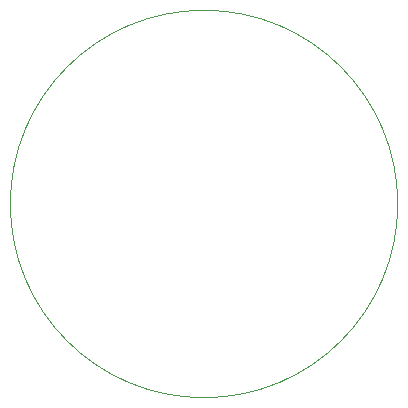
<source format=gbr>
%TF.GenerationSoftware,KiCad,Pcbnew,7.0.8*%
%TF.CreationDate,2023-10-11T10:23:23-04:00*%
%TF.ProjectId,MCU+IMU,4d43552b-494d-4552-9e6b-696361645f70,rev?*%
%TF.SameCoordinates,Original*%
%TF.FileFunction,Profile,NP*%
%FSLAX46Y46*%
G04 Gerber Fmt 4.6, Leading zero omitted, Abs format (unit mm)*
G04 Created by KiCad (PCBNEW 7.0.8) date 2023-10-11 10:23:23*
%MOMM*%
%LPD*%
G01*
G04 APERTURE LIST*
%TA.AperFunction,Profile*%
%ADD10C,0.100000*%
%TD*%
G04 APERTURE END LIST*
D10*
X166000000Y-82000000D02*
G75*
G03*
X166000000Y-82000000I-16401219J0D01*
G01*
M02*

</source>
